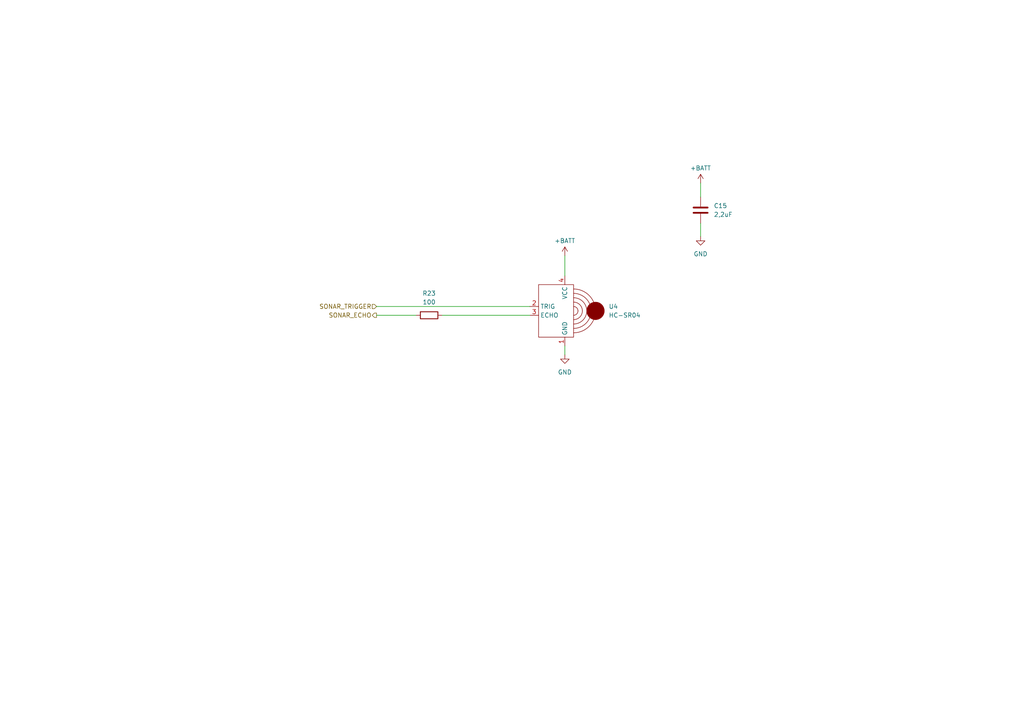
<source format=kicad_sch>
(kicad_sch (version 20230121) (generator eeschema)
  (paper "A4")
  (lib_symbols
    (symbol "Device:C" (pin_numbers hide) (pin_names (offset 0.254))
      (property "Reference" "C" (at 0.635 2.54 0))
      (property "Value" "C" (at 0.635 -2.54 0))
      (symbol "C_0_1"
        (polyline (pts (xy -2.032 -0.762) (xy 2.032 -0.762)) (stroke (width 0.508)))
        (polyline (pts (xy -2.032 0.762) (xy 2.032 0.762)) (stroke (width 0.508)))
      )
      (symbol "C_1_1"
        (pin passive line (at 0 3.81 270) (length 2.794) (name "~") (number "1"))
        (pin passive line (at 0 -3.81 90) (length 2.794) (name "~") (number "2"))
      )
    )
    (symbol "Device:R" (pin_numbers hide) (pin_names (offset 0))
      (property "Reference" "R" (at 2.032 0 90))
      (property "Value" "R" (at 0 0 90))
      (symbol "R_0_1"
        (rectangle (start -1.016 -2.54) (end 1.016 2.54) (stroke (width 0.254)))
      )
      (symbol "R_1_1"
        (pin passive line (at 0 3.81 270) (length 1.27) (name "~") (number "1"))
        (pin passive line (at 0 -3.81 90) (length 1.27) (name "~") (number "2"))
      )
    )
    (symbol "minimouse:HC-SR04"
      (property "Reference" "U" (at 0 0 0))
      (property "Value" "HC-SR04" (at 0 0 0))
      (symbol "HC-SR04_0_1"
        (rectangle (start -7.62 7.62) (end 2.54 -7.62))
        (arc (start 2.54 -6.35) (mid 7.0301 -4.4901) (end 8.89 0))
        (arc (start 2.54 -5.08) (mid 6.1321 -3.5921) (end 7.62 0))
        (arc (start 2.54 -3.81) (mid 5.2341 -2.6941) (end 6.35 0))
        (arc (start 2.54 -2.54) (mid 4.3361 -1.7961) (end 5.08 0))
        (arc (start 2.54 -1.27) (mid 3.438 -0.898) (end 3.81 0))
        (arc (start 3.81 0) (mid 3.438 0.898) (end 2.54 1.27))
        (arc (start 5.08 0) (mid 4.3361 1.7961) (end 2.54 2.54))
        (arc (start 6.35 0) (mid 5.2341 2.6941) (end 2.54 3.81))
        (arc (start 7.62 0) (mid 6.1321 3.5921) (end 2.54 5.08))
        (arc (start 8.89 0) (mid 7.0301 4.4901) (end 2.54 6.35))
      )
      (symbol "HC-SR04_1_1"
        (circle (center 8.89 0) (radius 2.54) (fill (type outline)))
        (pin power_in line (at 0 -10.16 90) (length 2.54) (name "GND") (number "1"))
        (pin input line (at -10.16 1.27 0) (length 2.54) (name "TRIG") (number "2"))
        (pin output line (at -10.16 -1.27 0) (length 2.54) (name "ECHO") (number "3"))
        (pin power_in line (at 0 10.16 270) (length 2.54) (name "VCC") (number "4"))
      )
    )
    (symbol "power:+BATT" (power) (pin_names (offset 0))
      (property "Value" "+BATT" (at 0 3.556 0))
      (symbol "+BATT_0_1"
        (polyline (pts (xy -0.762 1.27) (xy 0 2.54)))
        (polyline (pts (xy 0 0) (xy 0 2.54)))
        (polyline (pts (xy 0 2.54) (xy 0.762 1.27)))
      )
      (symbol "+BATT_1_1"
        (pin power_in line (at 0 0 90) (length 0) hide (name "+BATT") (number "1"))
      )
    )
    (symbol "power:GND" (power) (pin_names (offset 0))
      (property "Value" "GND" (at 0 -3.81 0))
      (symbol "GND_0_1"
        (polyline (pts (xy 0 0) (xy 0 -1.27) (xy 1.27 -1.27) (xy 0 -2.54) (xy -1.27 -1.27) (xy 0 -1.27)))
      )
      (symbol "GND_1_1"
        (pin power_in line (at 0 0 270) (length 0) hide (name "GND") (number "1"))
      )
    )
  )
  (wire (pts (xy 163.83 100.33) (xy 163.83 102.87)))
  (wire (pts (xy 203.2 53.086) (xy 203.2 57.15)))
  (wire (pts (xy 109.22 91.44) (xy 120.65 91.44)))
  (wire (pts (xy 109.22 88.9) (xy 153.67 88.9)))
  (wire (pts (xy 128.27 91.44) (xy 153.67 91.44)))
  (wire (pts (xy 163.83 74.168) (xy 163.83 80.01)))
  (wire (pts (xy 203.2 64.77) (xy 203.2 68.58)))
  (hierarchical_label "SONAR_TRIGGER" (shape input) (at 109.22 88.9 180))
  (hierarchical_label "SONAR_ECHO" (shape output) (at 109.22 91.44 180))
  (symbol (lib_id "Device:C") (at 203.2 60.96 0) (unit 1)
    (property "Reference" "C15" (at 207.01 59.69 0) (effects (justify left)))
    (property "Value" "2,2uF" (at 207.01 62.23 0) (effects (justify left)))
    (property "Footprint" "Capacitor_SMD:C_0603_1608Metric" (effects hide))
  )
  (symbol (lib_id "Device:R") (at 124.46 91.44 90) (unit 1)
    (property "Reference" "R23" (at 124.46 85.09 90))
    (property "Value" "100" (at 124.46 87.63 90))
    (property "Footprint" "Resistor_SMD:R_0603_1608Metric" (effects hide))
  )
  (symbol (lib_id "power:+BATT") (at 203.2 53.086 0) (unit 1)
    (property "Reference" "#PWR034" (effects hide))
    (property "Value" "+BATT" (at 203.2 48.768 0))
  )
  (symbol (lib_id "power:+BATT") (at 163.83 74.168 0) (unit 1)
    (property "Reference" "#PWR033" (effects hide))
    (property "Value" "+BATT" (at 163.83 69.85 0))
  )
  (symbol (lib_id "power:GND") (at 163.83 102.87 0) (unit 1)
    (property "Reference" "#PWR032" (effects hide))
    (property "Value" "GND" (at 163.83 107.95 0))
  )
  (symbol (lib_id "power:GND") (at 203.2 68.58 0) (unit 1)
    (property "Reference" "#PWR035" (effects hide))
    (property "Value" "GND" (at 203.2 73.66 0))
  )
  (symbol (lib_id "minimouse:HC-SR04") (at 163.83 90.17 0) (unit 1)
    (property "Reference" "U4" (at 176.53 88.9 0) (effects (justify left)))
    (property "Value" "HC-SR04" (at 176.53 91.44 0) (effects (justify left)))
    (property "Footprint" "minimouse:HC-SR04" (effects hide))
  )
)
</source>
